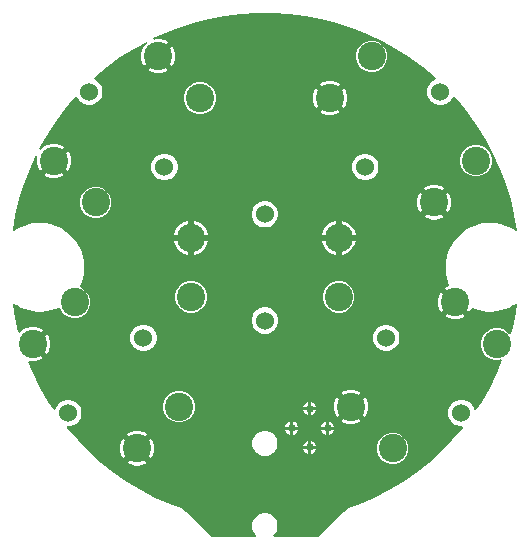
<source format=gbl>
G04*
G04 #@! TF.GenerationSoftware,Altium Limited,Altium Designer,23.8.1 (32)*
G04*
G04 Layer_Physical_Order=2*
G04 Layer_Color=16711680*
%FSLAX26Y26*%
%MOIN*%
G70*
G04*
G04 #@! TF.SameCoordinates,C2A49AF8-9E88-4C2C-BBB5-2A61B6A386C2*
G04*
G04*
G04 #@! TF.FilePolarity,Positive*
G04*
G01*
G75*
%ADD19C,0.094488*%
%ADD20C,0.060000*%
%ADD21C,0.024000*%
G36*
X80793Y846096D02*
X134293Y839268D01*
X187251Y829061D01*
X239457Y815516D01*
X290699Y798686D01*
X340769Y778641D01*
X389467Y755461D01*
X436596Y729239D01*
X481969Y700080D01*
X525401Y668101D01*
X566718Y633433D01*
X569284Y630985D01*
X567535Y625744D01*
X558309Y620418D01*
X550132Y612241D01*
X544351Y602226D01*
X541358Y591057D01*
Y579493D01*
X544351Y568323D01*
X550132Y558309D01*
X558309Y550132D01*
X568323Y544351D01*
X579493Y541358D01*
X591057D01*
X602226Y544351D01*
X612241Y550132D01*
X620418Y558309D01*
X625625Y567328D01*
X630940Y568943D01*
X642345Y556595D01*
X676353Y514735D01*
X707638Y470801D01*
X736073Y424973D01*
X761545Y377432D01*
X783950Y328372D01*
X803198Y277990D01*
X819212Y226488D01*
X831928Y174074D01*
X840927Y123039D01*
X836378Y120137D01*
X836354Y120133D01*
X826211Y126911D01*
X813182Y133875D01*
X799987Y139340D01*
X785850Y143629D01*
X771843Y146415D01*
X757141Y147863D01*
X742859D01*
X728157Y146415D01*
X714150Y143629D01*
X700012Y139340D01*
X686818Y133875D01*
X673789Y126911D01*
X661915Y118976D01*
X650494Y109604D01*
X640396Y99506D01*
X640396Y99506D01*
X631024Y88085D01*
X623089Y76211D01*
X616125Y63182D01*
X610660Y49987D01*
X606371Y35850D01*
X603585Y21843D01*
X602137Y7141D01*
Y-7141D01*
X603585Y-21843D01*
X606371Y-35850D01*
X610660Y-49988D01*
X614353Y-58904D01*
X612300Y-63067D01*
X601456Y-69328D01*
X641467Y-109339D01*
X681478Y-149350D01*
X687739Y-138505D01*
X687782Y-138343D01*
X692267Y-136132D01*
X700012Y-139340D01*
X714150Y-143629D01*
X728157Y-146415D01*
X742859Y-147863D01*
X757141D01*
X771843Y-146415D01*
X785850Y-143629D01*
X799987Y-139340D01*
X813182Y-133875D01*
X826211Y-126911D01*
X835883Y-120448D01*
X840515Y-123367D01*
X837032Y-147591D01*
X825986Y-200382D01*
X819911Y-222355D01*
X814615Y-222745D01*
X805668Y-213798D01*
X793755Y-206921D01*
X780468Y-203360D01*
X766712D01*
X753424Y-206921D01*
X741511Y-213798D01*
X731784Y-223526D01*
X724906Y-235439D01*
X721346Y-248726D01*
Y-262482D01*
X724906Y-275770D01*
X731784Y-287683D01*
X741511Y-297410D01*
X753424Y-304288D01*
X766712Y-307848D01*
X780468D01*
X788069Y-305812D01*
X791358Y-309577D01*
X773137Y-353080D01*
X749186Y-401405D01*
X722220Y-448112D01*
X703500Y-476249D01*
X698085Y-475361D01*
X696199Y-468323D01*
X690418Y-458309D01*
X682241Y-450132D01*
X672226Y-444350D01*
X661057Y-441358D01*
X649493D01*
X638323Y-444350D01*
X628309Y-450132D01*
X620132Y-458309D01*
X614351Y-468323D01*
X611358Y-479493D01*
Y-491057D01*
X614351Y-502226D01*
X620132Y-512241D01*
X628309Y-520417D01*
X638323Y-526199D01*
X649493Y-529192D01*
X658530D01*
X661008Y-534192D01*
X659682Y-535934D01*
X624362Y-576695D01*
X586529Y-615133D01*
X546333Y-651096D01*
X503938Y-684435D01*
X459515Y-715019D01*
X413240Y-742723D01*
X365302Y-767437D01*
X315892Y-789062D01*
X290552Y-798284D01*
X288570Y-799235D01*
X286466Y-799873D01*
X279704Y-803488D01*
X272791Y-806803D01*
X271033Y-808122D01*
X269094Y-809159D01*
X263166Y-814024D01*
X257034Y-818624D01*
X255566Y-820261D01*
X253867Y-821656D01*
X177232Y-898291D01*
X30310D01*
X28239Y-893291D01*
X33567Y-887962D01*
X39090Y-878396D01*
X41949Y-867727D01*
Y-856682D01*
X39090Y-846013D01*
X33567Y-836447D01*
X25757Y-828637D01*
X16192Y-823115D01*
X5523Y-820256D01*
X-5523D01*
X-16192Y-823115D01*
X-25757Y-828637D01*
X-33567Y-836447D01*
X-39090Y-846013D01*
X-41949Y-856682D01*
Y-867727D01*
X-39090Y-878396D01*
X-33567Y-887962D01*
X-28239Y-893291D01*
X-30310Y-898291D01*
X-177232D01*
X-253867Y-821656D01*
X-255566Y-820261D01*
X-257034Y-818624D01*
X-263166Y-814023D01*
X-269094Y-809159D01*
X-271033Y-808122D01*
X-272791Y-806803D01*
X-279704Y-803488D01*
X-286466Y-799873D01*
X-288570Y-799235D01*
X-290552Y-798284D01*
X-315892Y-789061D01*
X-365301Y-767438D01*
X-413240Y-742723D01*
X-459515Y-715019D01*
X-503939Y-684435D01*
X-546334Y-651095D01*
X-586530Y-615133D01*
X-624362Y-576695D01*
X-659681Y-535935D01*
X-661008Y-534192D01*
X-658530Y-529192D01*
X-649493D01*
X-638323Y-526199D01*
X-628309Y-520418D01*
X-620132Y-512241D01*
X-614351Y-502226D01*
X-611358Y-491057D01*
Y-479493D01*
X-614351Y-468323D01*
X-620132Y-458309D01*
X-628309Y-450132D01*
X-638323Y-444351D01*
X-649493Y-441358D01*
X-661057D01*
X-672226Y-444351D01*
X-682241Y-450132D01*
X-690418Y-458309D01*
X-696199Y-468323D01*
X-698085Y-475361D01*
X-703500Y-476250D01*
X-722219Y-448113D01*
X-749186Y-401405D01*
X-773137Y-353079D01*
X-788916Y-315408D01*
X-785627Y-311642D01*
X-781126Y-312848D01*
X-766054D01*
X-751495Y-308947D01*
X-740650Y-302686D01*
X-780661Y-262675D01*
X-773590Y-255604D01*
X-780661Y-248533D01*
X-740650Y-208522D01*
X-751495Y-202261D01*
X-766054Y-198360D01*
X-781126D01*
X-795685Y-202261D01*
X-808739Y-209798D01*
X-816147Y-217206D01*
X-821743Y-215731D01*
X-825986Y-200382D01*
X-837032Y-147591D01*
X-840515Y-123367D01*
X-835883Y-120448D01*
X-826211Y-126911D01*
X-813182Y-133875D01*
X-799988Y-139340D01*
X-785850Y-143629D01*
X-771843Y-146415D01*
X-757141Y-147863D01*
X-742859D01*
X-728157Y-146415D01*
X-714150Y-143629D01*
X-700013Y-139340D01*
X-688764Y-134681D01*
X-683079Y-136576D01*
X-676201Y-148489D01*
X-666474Y-158216D01*
X-654561Y-165094D01*
X-641274Y-168654D01*
X-627518D01*
X-614230Y-165094D01*
X-602317Y-158216D01*
X-592590Y-148489D01*
X-585712Y-136576D01*
X-582152Y-123288D01*
Y-109532D01*
X-585712Y-96245D01*
X-592590Y-84332D01*
X-602317Y-74604D01*
X-614230Y-67726D01*
X-615700Y-62156D01*
X-610660Y-49988D01*
X-606371Y-35850D01*
X-603585Y-21843D01*
X-602137Y-7141D01*
Y7141D01*
X-603585Y21843D01*
X-606371Y35850D01*
X-610660Y49987D01*
X-616125Y63182D01*
X-623089Y76211D01*
X-631024Y88085D01*
X-640396Y99506D01*
X-650494Y109603D01*
X-650494Y109604D01*
X-661915Y118976D01*
X-673789Y126911D01*
X-686818Y133875D01*
X-700013Y139340D01*
X-714150Y143629D01*
X-728157Y146415D01*
X-742859Y147863D01*
X-757141D01*
X-771843Y146415D01*
X-785850Y143629D01*
X-799988Y139340D01*
X-813182Y133875D01*
X-826211Y126911D01*
X-836355Y120133D01*
X-836378Y120137D01*
X-840927Y123039D01*
X-831928Y174073D01*
X-819212Y226488D01*
X-803198Y277990D01*
X-783950Y328372D01*
X-763084Y374062D01*
X-758362Y372364D01*
X-760834Y363141D01*
Y348068D01*
X-756933Y333509D01*
X-750672Y322665D01*
X-710661Y362675D01*
X-670650Y402686D01*
X-681495Y408947D01*
X-696054Y412849D01*
X-711126D01*
X-725685Y408947D01*
X-738739Y401411D01*
X-747972Y392178D01*
X-752030Y395191D01*
X-736073Y424972D01*
X-707638Y470801D01*
X-676354Y514735D01*
X-642345Y556595D01*
X-630940Y568943D01*
X-625625Y567328D01*
X-620418Y558309D01*
X-612241Y550132D01*
X-602226Y544351D01*
X-591057Y541358D01*
X-579493D01*
X-568323Y544351D01*
X-558309Y550132D01*
X-550132Y558309D01*
X-544351Y568323D01*
X-541358Y579493D01*
Y591057D01*
X-544351Y602226D01*
X-550132Y612241D01*
X-558309Y620418D01*
X-567535Y625744D01*
X-569284Y630985D01*
X-566718Y633433D01*
X-525400Y668102D01*
X-481969Y700080D01*
X-436598Y729238D01*
X-394636Y752585D01*
X-391594Y748556D01*
X-401411Y738739D01*
X-408947Y725685D01*
X-412848Y711126D01*
Y696054D01*
X-408947Y681495D01*
X-402686Y670650D01*
X-362675Y710661D01*
X-322664Y750672D01*
X-333509Y756933D01*
X-348068Y760834D01*
X-363141D01*
X-370930Y758747D01*
X-372666Y763458D01*
X-340769Y778641D01*
X-290699Y798686D01*
X-239457Y815516D01*
X-187251Y829061D01*
X-134293Y839268D01*
X-80793Y846096D01*
X-26967Y849517D01*
X26967D01*
X80793Y846096D01*
D02*
G37*
%LPC*%
G36*
X-308522Y736530D02*
X-341462Y703590D01*
X-308522Y670650D01*
X-302261Y681495D01*
X-298360Y696054D01*
Y711126D01*
X-302261Y725685D01*
X-308522Y736530D01*
D02*
G37*
G36*
X362482Y755834D02*
X348726D01*
X335439Y752274D01*
X323526Y745396D01*
X313799Y735668D01*
X306921Y723755D01*
X303360Y710468D01*
Y696712D01*
X306921Y683424D01*
X313799Y671511D01*
X323526Y661784D01*
X335439Y654906D01*
X348726Y651346D01*
X362482D01*
X375770Y654906D01*
X387683Y661784D01*
X397410Y671511D01*
X404288Y683424D01*
X407848Y696712D01*
Y710468D01*
X404288Y723755D01*
X397410Y735668D01*
X387683Y745396D01*
X375770Y752274D01*
X362482Y755834D01*
D02*
G37*
G36*
X-355604Y689448D02*
X-388544Y656508D01*
X-377700Y650247D01*
X-363141Y646346D01*
X-348068D01*
X-333509Y650247D01*
X-322665Y656508D01*
X-355604Y689448D01*
D02*
G37*
G36*
X223946Y621640D02*
X208874D01*
X194315Y617739D01*
X183470Y611478D01*
X216410Y578538D01*
X249350Y611478D01*
X238506Y617739D01*
X223946Y621640D01*
D02*
G37*
G36*
X263492Y597335D02*
X230552Y564396D01*
X263492Y531456D01*
X269753Y542300D01*
X273654Y556859D01*
Y571932D01*
X269753Y586491D01*
X263492Y597335D01*
D02*
G37*
G36*
X169328Y597336D02*
X163067Y586491D01*
X159166Y571932D01*
Y556859D01*
X163067Y542300D01*
X169328Y531456D01*
X202268Y564396D01*
X169328Y597336D01*
D02*
G37*
G36*
X-209532Y616640D02*
X-223288D01*
X-236576Y613080D01*
X-248489Y606202D01*
X-258216Y596474D01*
X-265094Y584561D01*
X-268654Y571274D01*
Y557518D01*
X-265094Y544230D01*
X-258216Y532317D01*
X-248489Y522590D01*
X-236576Y515712D01*
X-223288Y512152D01*
X-209532D01*
X-196245Y515712D01*
X-184332Y522590D01*
X-174604Y532317D01*
X-167726Y544230D01*
X-164166Y557518D01*
Y571274D01*
X-167726Y584561D01*
X-174604Y596474D01*
X-184332Y606202D01*
X-196245Y613080D01*
X-209532Y616640D01*
D02*
G37*
G36*
X216410Y550254D02*
X183470Y517314D01*
X194315Y511053D01*
X208874Y507152D01*
X223946D01*
X238506Y511053D01*
X249350Y517314D01*
X216410Y550254D01*
D02*
G37*
G36*
X-656508Y388544D02*
X-689448Y355604D01*
X-656508Y322664D01*
X-650247Y333509D01*
X-646346Y348068D01*
Y363141D01*
X-650247Y377700D01*
X-656508Y388544D01*
D02*
G37*
G36*
X710468Y407848D02*
X696712D01*
X683424Y404288D01*
X671511Y397410D01*
X661784Y387683D01*
X654906Y375770D01*
X651346Y362482D01*
Y348726D01*
X654906Y335439D01*
X661784Y323526D01*
X671511Y313799D01*
X683424Y306921D01*
X696712Y303360D01*
X710468D01*
X723755Y306921D01*
X735668Y313799D01*
X745396Y323526D01*
X752274Y335439D01*
X755834Y348726D01*
Y362482D01*
X752274Y375770D01*
X745396Y387683D01*
X735668Y397410D01*
X723755Y404288D01*
X710468Y407848D01*
D02*
G37*
G36*
X-703590Y341462D02*
X-736530Y308522D01*
X-725685Y302261D01*
X-711126Y298360D01*
X-696054D01*
X-681495Y302261D01*
X-670650Y308522D01*
X-703590Y341462D01*
D02*
G37*
G36*
X-328943Y378642D02*
X-340507D01*
X-351677Y375650D01*
X-361691Y369868D01*
X-369868Y361691D01*
X-375649Y351677D01*
X-378642Y340507D01*
Y328943D01*
X-375649Y317774D01*
X-369868Y307759D01*
X-361691Y299583D01*
X-351677Y293801D01*
X-340507Y290808D01*
X-328943D01*
X-317774Y293801D01*
X-307759Y299583D01*
X-299582Y307759D01*
X-293801Y317774D01*
X-290808Y328943D01*
Y340507D01*
X-293801Y351677D01*
X-299582Y361691D01*
X-307759Y369868D01*
X-317774Y375650D01*
X-328943Y378642D01*
D02*
G37*
G36*
X340507Y378642D02*
X328943D01*
X317774Y375649D01*
X307759Y369868D01*
X299582Y361691D01*
X293801Y351677D01*
X290808Y340507D01*
Y328943D01*
X293801Y317774D01*
X299582Y307759D01*
X307759Y299582D01*
X317774Y293801D01*
X328943Y290808D01*
X340507D01*
X351677Y293801D01*
X361691Y299582D01*
X369868Y307759D01*
X375649Y317774D01*
X378642Y328943D01*
Y340507D01*
X375649Y351677D01*
X369868Y361691D01*
X361691Y369868D01*
X351677Y375649D01*
X340507Y378642D01*
D02*
G37*
G36*
X571932Y273654D02*
X556859D01*
X542300Y269753D01*
X531456Y263492D01*
X564396Y230552D01*
X597336Y263492D01*
X586491Y269753D01*
X571932Y273654D01*
D02*
G37*
G36*
X611478Y249350D02*
X578538Y216410D01*
X611478Y183470D01*
X617739Y194315D01*
X621640Y208874D01*
Y223946D01*
X617739Y238506D01*
X611478Y249350D01*
D02*
G37*
G36*
X517314Y249350D02*
X511053Y238506D01*
X507152Y223946D01*
Y208874D01*
X511053Y194315D01*
X517314Y183470D01*
X550254Y216410D01*
X517314Y249350D01*
D02*
G37*
G36*
X-557518Y268654D02*
X-571274D01*
X-584561Y265094D01*
X-596474Y258216D01*
X-606201Y248489D01*
X-613079Y236576D01*
X-616640Y223288D01*
Y209532D01*
X-613079Y196245D01*
X-606201Y184332D01*
X-596474Y174605D01*
X-584561Y167726D01*
X-571274Y164166D01*
X-557518D01*
X-544230Y167726D01*
X-532317Y174605D01*
X-522590Y184332D01*
X-515712Y196245D01*
X-512152Y209532D01*
Y223288D01*
X-515712Y236576D01*
X-522590Y248489D01*
X-532317Y258216D01*
X-544230Y265094D01*
X-557518Y268654D01*
D02*
G37*
G36*
X564396Y202268D02*
X531456Y169328D01*
X542300Y163067D01*
X556859Y159166D01*
X571932D01*
X586491Y163067D01*
X597336Y169328D01*
X564396Y202268D01*
D02*
G37*
G36*
X5782Y221083D02*
X-5782D01*
X-16951Y218090D01*
X-26966Y212308D01*
X-35143Y204131D01*
X-40924Y194117D01*
X-43917Y182947D01*
Y171384D01*
X-40924Y160214D01*
X-35143Y150200D01*
X-26966Y142023D01*
X-16951Y136241D01*
X-5782Y133248D01*
X5782D01*
X16951Y136241D01*
X26966Y142023D01*
X35143Y150200D01*
X40924Y160214D01*
X43917Y171384D01*
Y182947D01*
X40924Y194117D01*
X35143Y204131D01*
X26966Y212308D01*
X16951Y218090D01*
X5782Y221083D01*
D02*
G37*
G36*
X256063Y155009D02*
Y108425D01*
X302647D01*
X299406Y120521D01*
X291870Y133574D01*
X281212Y144232D01*
X268158Y151768D01*
X256063Y155009D01*
D02*
G37*
G36*
X-236063Y155010D02*
Y108425D01*
X-189479D01*
X-192720Y120521D01*
X-200256Y133574D01*
X-210914Y144232D01*
X-223968Y151768D01*
X-236063Y155010D01*
D02*
G37*
G36*
X-256063Y155009D02*
X-268158Y151768D01*
X-281212Y144232D01*
X-291870Y133574D01*
X-299406Y120521D01*
X-302647Y108425D01*
X-256063D01*
Y155009D01*
D02*
G37*
G36*
X236063Y155010D02*
X223968Y151768D01*
X210914Y144232D01*
X200256Y133574D01*
X192720Y120521D01*
X189479Y108425D01*
X236063D01*
Y155010D01*
D02*
G37*
G36*
X302647Y88425D02*
X256063D01*
Y41842D01*
X268158Y45082D01*
X281212Y52619D01*
X291870Y63277D01*
X299406Y76330D01*
X302647Y88425D01*
D02*
G37*
G36*
X-256063D02*
X-302647D01*
X-299406Y76330D01*
X-291870Y63277D01*
X-281212Y52619D01*
X-268158Y45082D01*
X-256063Y41842D01*
Y88425D01*
D02*
G37*
G36*
X-189479D02*
X-236063D01*
Y41841D01*
X-223968Y45082D01*
X-210914Y52619D01*
X-200256Y63277D01*
X-192720Y76330D01*
X-189479Y88425D01*
D02*
G37*
G36*
X236063D02*
X189479D01*
X192720Y76330D01*
X200256Y63277D01*
X210914Y52619D01*
X223968Y45082D01*
X236063Y41841D01*
Y88425D01*
D02*
G37*
G36*
X587314Y-83470D02*
X581053Y-94315D01*
X577152Y-108874D01*
Y-123946D01*
X581053Y-138505D01*
X587314Y-149350D01*
X620253Y-116410D01*
X587314Y-83470D01*
D02*
G37*
G36*
X252941Y-46181D02*
X239185D01*
X225898Y-49741D01*
X213984Y-56619D01*
X204257Y-66346D01*
X197379Y-78260D01*
X193819Y-91547D01*
Y-105303D01*
X197379Y-118591D01*
X204257Y-130504D01*
X213984Y-140231D01*
X225898Y-147109D01*
X239185Y-150669D01*
X252941D01*
X266228Y-147109D01*
X278142Y-140231D01*
X287869Y-130504D01*
X294747Y-118591D01*
X298307Y-105303D01*
Y-91547D01*
X294747Y-78260D01*
X287869Y-66346D01*
X278142Y-56619D01*
X266228Y-49741D01*
X252941Y-46181D01*
D02*
G37*
G36*
X-239185D02*
X-252941D01*
X-266228Y-49741D01*
X-278142Y-56619D01*
X-287869Y-66346D01*
X-294747Y-78260D01*
X-298307Y-91547D01*
Y-105303D01*
X-294747Y-118591D01*
X-287869Y-130504D01*
X-278142Y-140231D01*
X-266228Y-147109D01*
X-252941Y-150669D01*
X-239185D01*
X-225898Y-147109D01*
X-213984Y-140231D01*
X-204257Y-130504D01*
X-197379Y-118591D01*
X-193819Y-105303D01*
Y-91547D01*
X-197379Y-78260D01*
X-204257Y-66346D01*
X-213984Y-56619D01*
X-225898Y-49741D01*
X-239185Y-46181D01*
D02*
G37*
G36*
X634395Y-130552D02*
X601456Y-163492D01*
X612300Y-169753D01*
X626859Y-173654D01*
X641932D01*
X656491Y-169753D01*
X667335Y-163492D01*
X634395Y-130552D01*
D02*
G37*
G36*
X5782Y-133248D02*
X-5782D01*
X-16951Y-136241D01*
X-26966Y-142023D01*
X-35143Y-150199D01*
X-40924Y-160214D01*
X-43917Y-171383D01*
Y-182947D01*
X-40924Y-194117D01*
X-35143Y-204131D01*
X-26966Y-212308D01*
X-16951Y-218090D01*
X-5782Y-221083D01*
X5782D01*
X16951Y-218090D01*
X26966Y-212308D01*
X35143Y-204131D01*
X40924Y-194117D01*
X43917Y-182947D01*
Y-171383D01*
X40924Y-160214D01*
X35143Y-150199D01*
X26966Y-142023D01*
X16951Y-136241D01*
X5782Y-133248D01*
D02*
G37*
G36*
X410507Y-190808D02*
X398943D01*
X387774Y-193801D01*
X377759Y-199582D01*
X369582Y-207759D01*
X363801Y-217774D01*
X360808Y-228943D01*
Y-240507D01*
X363801Y-251677D01*
X369582Y-261691D01*
X377759Y-269868D01*
X387774Y-275649D01*
X398943Y-278642D01*
X410507D01*
X421677Y-275649D01*
X431691Y-269868D01*
X439868Y-261691D01*
X445649Y-251677D01*
X448642Y-240507D01*
Y-228943D01*
X445649Y-217774D01*
X439868Y-207759D01*
X431691Y-199582D01*
X421677Y-193801D01*
X410507Y-190808D01*
D02*
G37*
G36*
X-398943Y-190808D02*
X-410507D01*
X-421677Y-193801D01*
X-431691Y-199583D01*
X-439868Y-207759D01*
X-445649Y-217774D01*
X-448642Y-228943D01*
Y-240507D01*
X-445649Y-251677D01*
X-439868Y-261691D01*
X-431691Y-269868D01*
X-421677Y-275649D01*
X-410507Y-278642D01*
X-398943D01*
X-387774Y-275649D01*
X-377759Y-269868D01*
X-369582Y-261691D01*
X-363801Y-251677D01*
X-360808Y-240507D01*
Y-228943D01*
X-363801Y-217774D01*
X-369582Y-207759D01*
X-377759Y-199583D01*
X-387774Y-193801D01*
X-398943Y-190808D01*
D02*
G37*
G36*
X-726508Y-222665D02*
X-759448Y-255604D01*
X-726508Y-288544D01*
X-720247Y-277700D01*
X-716346Y-263141D01*
Y-248068D01*
X-720247Y-233509D01*
X-726508Y-222665D01*
D02*
G37*
G36*
X293946Y-407151D02*
X278874D01*
X264315Y-411053D01*
X253470Y-417314D01*
X286410Y-450253D01*
X319350Y-417314D01*
X308505Y-411053D01*
X293946Y-407151D01*
D02*
G37*
G36*
X154606Y-449125D02*
Y-465866D01*
X171348D01*
X168257Y-458404D01*
X162068Y-452216D01*
X154606Y-449125D01*
D02*
G37*
G36*
X144606D02*
X137144Y-452216D01*
X130956Y-458404D01*
X127865Y-465866D01*
X144606D01*
Y-449125D01*
D02*
G37*
G36*
X171348Y-475866D02*
X154606D01*
Y-492608D01*
X162068Y-489517D01*
X168257Y-483328D01*
X171348Y-475866D01*
D02*
G37*
G36*
X144606D02*
X127865D01*
X130956Y-483328D01*
X137144Y-489517D01*
X144606Y-492608D01*
Y-475866D01*
D02*
G37*
G36*
X239328Y-431456D02*
X233067Y-442300D01*
X229166Y-456859D01*
Y-471932D01*
X233067Y-486491D01*
X239328Y-497335D01*
X272268Y-464396D01*
X239328Y-431456D01*
D02*
G37*
G36*
X333492Y-431456D02*
X300552Y-464396D01*
X333492Y-497336D01*
X339753Y-486491D01*
X343654Y-471932D01*
Y-456859D01*
X339753Y-442300D01*
X333492Y-431456D01*
D02*
G37*
G36*
X-279532Y-412152D02*
X-293288D01*
X-306575Y-415712D01*
X-318489Y-422590D01*
X-328216Y-432317D01*
X-335094Y-444230D01*
X-338654Y-457518D01*
Y-471274D01*
X-335094Y-484561D01*
X-328216Y-496474D01*
X-318489Y-506201D01*
X-306575Y-513079D01*
X-293288Y-516640D01*
X-279532D01*
X-266245Y-513079D01*
X-254332Y-506201D01*
X-244604Y-496474D01*
X-237726Y-484561D01*
X-234166Y-471274D01*
Y-457518D01*
X-237726Y-444230D01*
X-244604Y-432317D01*
X-254332Y-422590D01*
X-266245Y-415712D01*
X-279532Y-412152D01*
D02*
G37*
G36*
X286410Y-478538D02*
X253470Y-511478D01*
X264315Y-517739D01*
X278874Y-521640D01*
X293946D01*
X308505Y-517739D01*
X319350Y-511478D01*
X286410Y-478538D01*
D02*
G37*
G36*
X214213Y-513692D02*
Y-530433D01*
X230954D01*
X227863Y-522971D01*
X221675Y-516782D01*
X214213Y-513692D01*
D02*
G37*
G36*
X204213D02*
X196751Y-516782D01*
X190562Y-522971D01*
X187471Y-530433D01*
X204213D01*
Y-513692D01*
D02*
G37*
G36*
X95000D02*
Y-530433D01*
X111742D01*
X108651Y-522971D01*
X102462Y-516782D01*
X95000Y-513692D01*
D02*
G37*
G36*
X85000D02*
X77538Y-516782D01*
X71349Y-522971D01*
X68258Y-530433D01*
X85000D01*
Y-513692D01*
D02*
G37*
G36*
X230954Y-540433D02*
X214213D01*
Y-557175D01*
X221675Y-554084D01*
X227863Y-547895D01*
X230954Y-540433D01*
D02*
G37*
G36*
X204213D02*
X187471D01*
X190562Y-547895D01*
X196751Y-554084D01*
X204213Y-557175D01*
Y-540433D01*
D02*
G37*
G36*
X111742D02*
X95000D01*
Y-557175D01*
X102462Y-554084D01*
X108651Y-547895D01*
X111742Y-540433D01*
D02*
G37*
G36*
X85000D02*
X68258D01*
X71349Y-547895D01*
X77538Y-554084D01*
X85000Y-557175D01*
Y-540433D01*
D02*
G37*
G36*
X-418068Y-546346D02*
X-433141D01*
X-447700Y-550247D01*
X-458544Y-556508D01*
X-425604Y-589448D01*
X-392664Y-556508D01*
X-403509Y-550247D01*
X-418068Y-546346D01*
D02*
G37*
G36*
X154606Y-578258D02*
Y-595000D01*
X171348D01*
X168257Y-587538D01*
X162068Y-581349D01*
X154606Y-578258D01*
D02*
G37*
G36*
X144606D02*
X137144Y-581349D01*
X130956Y-587538D01*
X127865Y-595000D01*
X144606D01*
Y-578258D01*
D02*
G37*
G36*
X171348Y-605000D02*
X154606D01*
Y-621742D01*
X162068Y-618651D01*
X168257Y-612462D01*
X171348Y-605000D01*
D02*
G37*
G36*
X144606D02*
X127865D01*
X130956Y-612462D01*
X137144Y-618651D01*
X144606Y-621742D01*
Y-605000D01*
D02*
G37*
G36*
X5523Y-544665D02*
X-5523D01*
X-16192Y-547524D01*
X-25757Y-553047D01*
X-33567Y-560857D01*
X-39090Y-570423D01*
X-41949Y-581091D01*
Y-592137D01*
X-39090Y-602806D01*
X-33567Y-612371D01*
X-25757Y-620182D01*
X-16192Y-625704D01*
X-5523Y-628563D01*
X5523D01*
X16192Y-625704D01*
X25757Y-620182D01*
X33567Y-612371D01*
X39090Y-602806D01*
X41949Y-592137D01*
Y-581091D01*
X39090Y-570423D01*
X33567Y-560857D01*
X25757Y-553047D01*
X16192Y-547524D01*
X5523Y-544665D01*
D02*
G37*
G36*
X-378522Y-570650D02*
X-411462Y-603590D01*
X-378522Y-636530D01*
X-372261Y-625685D01*
X-368360Y-611126D01*
Y-596054D01*
X-372261Y-581495D01*
X-378522Y-570650D01*
D02*
G37*
G36*
X-472686Y-570650D02*
X-478947Y-581495D01*
X-482848Y-596054D01*
Y-611126D01*
X-478947Y-625685D01*
X-472686Y-636530D01*
X-439746Y-603590D01*
X-472686Y-570650D01*
D02*
G37*
G36*
X432482Y-551346D02*
X418726D01*
X405439Y-554906D01*
X393526Y-561784D01*
X383799Y-571511D01*
X376921Y-583424D01*
X373360Y-596712D01*
Y-610468D01*
X376921Y-623755D01*
X383799Y-635668D01*
X393526Y-645395D01*
X405439Y-652274D01*
X418726Y-655834D01*
X432482D01*
X445770Y-652274D01*
X457683Y-645395D01*
X467410Y-635668D01*
X474288Y-623755D01*
X477848Y-610468D01*
Y-596712D01*
X474288Y-583424D01*
X467410Y-571511D01*
X457683Y-561784D01*
X445770Y-554906D01*
X432482Y-551346D01*
D02*
G37*
G36*
X-425604Y-617732D02*
X-458544Y-650672D01*
X-447700Y-656933D01*
X-433141Y-660834D01*
X-418068D01*
X-403509Y-656933D01*
X-392664Y-650672D01*
X-425604Y-617732D01*
D02*
G37*
%LPD*%
D19*
X773590Y-255604D02*
D03*
X634396Y-116410D02*
D03*
X425604Y-603590D02*
D03*
X286410Y-464396D02*
D03*
X-634396Y-116410D02*
D03*
X-773590Y-255604D02*
D03*
X-286410Y-464396D02*
D03*
X-425604Y-603590D02*
D03*
X-216410Y564396D02*
D03*
X-355604Y703590D02*
D03*
X-564396Y216410D02*
D03*
X-703590Y355604D02*
D03*
X355604Y703590D02*
D03*
X216410Y564396D02*
D03*
X703590Y355604D02*
D03*
X564396Y216410D02*
D03*
X246063Y-98425D02*
D03*
Y98425D02*
D03*
X-246063Y-98425D02*
D03*
Y98425D02*
D03*
D20*
X655275Y-485275D02*
D03*
X404725Y-234725D02*
D03*
X-404725Y-234725D02*
D03*
X-655275Y-485275D02*
D03*
X-334725Y334725D02*
D03*
X-585275Y585275D02*
D03*
X585275Y585275D02*
D03*
X334725Y334725D02*
D03*
X0Y-177165D02*
D03*
Y177166D02*
D03*
D21*
X209213Y-535433D02*
D03*
X90000D02*
D03*
X149606Y-470866D02*
D03*
Y-600000D02*
D03*
M02*

</source>
